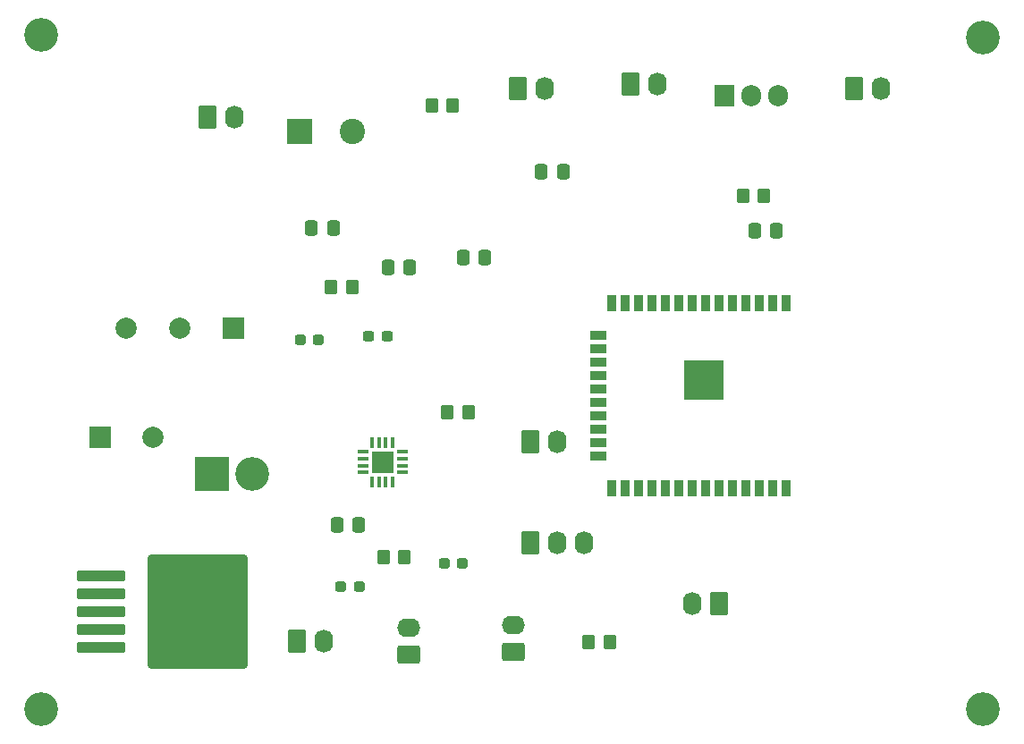
<source format=gbr>
%TF.GenerationSoftware,KiCad,Pcbnew,8.0.8*%
%TF.CreationDate,2025-03-31T15:18:46-05:00*%
%TF.ProjectId,group1_battlebot,67726f75-7031-45f6-9261-74746c65626f,rev?*%
%TF.SameCoordinates,Original*%
%TF.FileFunction,Soldermask,Top*%
%TF.FilePolarity,Negative*%
%FSLAX46Y46*%
G04 Gerber Fmt 4.6, Leading zero omitted, Abs format (unit mm)*
G04 Created by KiCad (PCBNEW 8.0.8) date 2025-03-31 15:18:46*
%MOMM*%
%LPD*%
G01*
G04 APERTURE LIST*
G04 Aperture macros list*
%AMRoundRect*
0 Rectangle with rounded corners*
0 $1 Rounding radius*
0 $2 $3 $4 $5 $6 $7 $8 $9 X,Y pos of 4 corners*
0 Add a 4 corners polygon primitive as box body*
4,1,4,$2,$3,$4,$5,$6,$7,$8,$9,$2,$3,0*
0 Add four circle primitives for the rounded corners*
1,1,$1+$1,$2,$3*
1,1,$1+$1,$4,$5*
1,1,$1+$1,$6,$7*
1,1,$1+$1,$8,$9*
0 Add four rect primitives between the rounded corners*
20,1,$1+$1,$2,$3,$4,$5,0*
20,1,$1+$1,$4,$5,$6,$7,0*
20,1,$1+$1,$6,$7,$8,$9,0*
20,1,$1+$1,$8,$9,$2,$3,0*%
G04 Aperture macros list end*
%ADD10RoundRect,0.250000X-0.620000X-0.845000X0.620000X-0.845000X0.620000X0.845000X-0.620000X0.845000X0*%
%ADD11O,1.740000X2.190000*%
%ADD12R,2.000000X2.000000*%
%ADD13C,2.000000*%
%ADD14R,2.400000X2.400000*%
%ADD15C,2.400000*%
%ADD16RoundRect,0.250000X-0.350000X-0.450000X0.350000X-0.450000X0.350000X0.450000X-0.350000X0.450000X0*%
%ADD17RoundRect,0.237500X0.287500X0.237500X-0.287500X0.237500X-0.287500X-0.237500X0.287500X-0.237500X0*%
%ADD18RoundRect,0.250000X-0.337500X-0.475000X0.337500X-0.475000X0.337500X0.475000X-0.337500X0.475000X0*%
%ADD19RoundRect,0.250000X-2.050000X-0.300000X2.050000X-0.300000X2.050000X0.300000X-2.050000X0.300000X0*%
%ADD20RoundRect,0.250002X-4.449998X-5.149998X4.449998X-5.149998X4.449998X5.149998X-4.449998X5.149998X0*%
%ADD21RoundRect,0.250000X0.845000X-0.620000X0.845000X0.620000X-0.845000X0.620000X-0.845000X-0.620000X0*%
%ADD22O,2.190000X1.740000*%
%ADD23R,0.900000X1.500000*%
%ADD24R,1.500000X0.900000*%
%ADD25C,0.600000*%
%ADD26R,3.800000X3.800000*%
%ADD27C,3.200000*%
%ADD28RoundRect,0.237500X-0.287500X-0.237500X0.287500X-0.237500X0.287500X0.237500X-0.287500X0.237500X0*%
%ADD29RoundRect,0.237500X0.300000X0.237500X-0.300000X0.237500X-0.300000X-0.237500X0.300000X-0.237500X0*%
%ADD30R,1.905000X2.000000*%
%ADD31O,1.905000X2.000000*%
%ADD32RoundRect,0.250000X0.620000X0.845000X-0.620000X0.845000X-0.620000X-0.845000X0.620000X-0.845000X0*%
%ADD33R,3.200000X3.200000*%
%ADD34O,3.200000X3.200000*%
%ADD35RoundRect,0.087500X0.425000X0.087500X-0.425000X0.087500X-0.425000X-0.087500X0.425000X-0.087500X0*%
%ADD36RoundRect,0.087500X0.087500X0.425000X-0.087500X0.425000X-0.087500X-0.425000X0.087500X-0.425000X0*%
%ADD37R,2.100000X2.100000*%
G04 APERTURE END LIST*
D10*
%TO.C,J7*%
X90424000Y-49809400D03*
D11*
X92964000Y-49809400D03*
%TD*%
D12*
%TO.C,C1*%
X40228123Y-83261200D03*
D13*
X45228123Y-83261200D03*
%TD*%
D14*
%TO.C,C2*%
X59144041Y-54254400D03*
D15*
X64144041Y-54254400D03*
%TD*%
D16*
%TO.C,R3*%
X73091800Y-80873600D03*
X75091800Y-80873600D03*
%TD*%
D17*
%TO.C,L3*%
X74549000Y-95148400D03*
X72799000Y-95148400D03*
%TD*%
D10*
%TO.C,J9*%
X80949800Y-83662200D03*
D11*
X83489800Y-83662200D03*
%TD*%
D18*
%TO.C,C3*%
X67466300Y-67106800D03*
X69541300Y-67106800D03*
%TD*%
%TO.C,C8*%
X81999000Y-58064400D03*
X84074000Y-58064400D03*
%TD*%
D16*
%TO.C,R7*%
X62109600Y-68986400D03*
X64109600Y-68986400D03*
%TD*%
D19*
%TO.C,U4*%
X40326000Y-96320400D03*
X40326000Y-98020400D03*
X40326000Y-99720400D03*
D20*
X49476000Y-99720400D03*
D19*
X40326000Y-101420400D03*
X40326000Y-103120400D03*
%TD*%
D18*
%TO.C,C4*%
X62669600Y-91490800D03*
X64744600Y-91490800D03*
%TD*%
D21*
%TO.C,J5*%
X79395000Y-103530400D03*
D22*
X79395000Y-100990400D03*
%TD*%
D18*
%TO.C,C6*%
X74607600Y-66243200D03*
X76682600Y-66243200D03*
%TD*%
D10*
%TO.C,J10*%
X80949800Y-93218000D03*
D11*
X83489800Y-93218000D03*
X86029800Y-93218000D03*
%TD*%
D10*
%TO.C,J8*%
X111658400Y-50190400D03*
D11*
X114198400Y-50190400D03*
%TD*%
D12*
%TO.C,SW1*%
X52832000Y-72923400D03*
D13*
X47752000Y-72923400D03*
X42672000Y-72923400D03*
%TD*%
D10*
%TO.C,J1*%
X50393600Y-52882800D03*
D11*
X52933600Y-52882800D03*
%TD*%
D23*
%TO.C,U6*%
X105156000Y-70523400D03*
X103886000Y-70523400D03*
X102616000Y-70523400D03*
X101346000Y-70523400D03*
X100076000Y-70523400D03*
X98806000Y-70523400D03*
X97536000Y-70523400D03*
X96266000Y-70523400D03*
X94996000Y-70523400D03*
X93726000Y-70523400D03*
X92456000Y-70523400D03*
X91186000Y-70523400D03*
X89916000Y-70523400D03*
X88646000Y-70523400D03*
D24*
X87396000Y-73563400D03*
X87396000Y-74833400D03*
X87396000Y-76103400D03*
X87396000Y-77373400D03*
X87396000Y-78643400D03*
X87396000Y-79913400D03*
X87396000Y-81183400D03*
X87396000Y-82453400D03*
X87396000Y-83723400D03*
X87396000Y-84993400D03*
D23*
X88646000Y-88023400D03*
X89916000Y-88023400D03*
X91186000Y-88023400D03*
X92456000Y-88023400D03*
X93726000Y-88023400D03*
X94996000Y-88023400D03*
X96266000Y-88023400D03*
X97536000Y-88023400D03*
X98806000Y-88023400D03*
X100076000Y-88023400D03*
X101346000Y-88023400D03*
X102616000Y-88023400D03*
X103886000Y-88023400D03*
X105156000Y-88023400D03*
D25*
X98136000Y-76373400D03*
X96736000Y-76373400D03*
X98836000Y-77073400D03*
X97436000Y-77073400D03*
X96036000Y-77073400D03*
X98136000Y-77748400D03*
X96736000Y-77748400D03*
D26*
X97436000Y-77773400D03*
D25*
X98836000Y-78473400D03*
X97436000Y-78473400D03*
X96036000Y-78473400D03*
X98136000Y-79173400D03*
X96736000Y-79173400D03*
%TD*%
D27*
%TO.C,H4*%
X123825000Y-108991400D03*
%TD*%
D28*
%TO.C,L2*%
X63045400Y-97383600D03*
X64795400Y-97383600D03*
%TD*%
D10*
%TO.C,J2*%
X58902600Y-102534400D03*
D11*
X61442600Y-102534400D03*
%TD*%
D16*
%TO.C,R6*%
X101108000Y-60350400D03*
X103108000Y-60350400D03*
%TD*%
%TO.C,R5*%
X86487000Y-102641400D03*
X88487000Y-102641400D03*
%TD*%
D27*
%TO.C,H1*%
X34671000Y-45110400D03*
%TD*%
D29*
%TO.C,C5*%
X67410500Y-73660000D03*
X65685500Y-73660000D03*
%TD*%
D27*
%TO.C,H3*%
X34671000Y-108991400D03*
%TD*%
D30*
%TO.C,Q1*%
X99364800Y-50901600D03*
D31*
X101904800Y-50901600D03*
X104444800Y-50901600D03*
%TD*%
D27*
%TO.C,H2*%
X123825000Y-45364400D03*
%TD*%
D28*
%TO.C,L1*%
X59170600Y-73964800D03*
X60920600Y-73964800D03*
%TD*%
D32*
%TO.C,J6*%
X98806000Y-98938400D03*
D11*
X96266000Y-98938400D03*
%TD*%
D18*
%TO.C,C9*%
X102213500Y-63652400D03*
X104288500Y-63652400D03*
%TD*%
D21*
%TO.C,J3*%
X69469000Y-103784400D03*
D22*
X69469000Y-101244400D03*
%TD*%
D33*
%TO.C,D1*%
X50800000Y-86664800D03*
D34*
X54610000Y-86664800D03*
%TD*%
D16*
%TO.C,R4*%
X71644000Y-51841400D03*
X73644000Y-51841400D03*
%TD*%
D10*
%TO.C,J4*%
X79756000Y-50190400D03*
D11*
X82296000Y-50190400D03*
%TD*%
D16*
%TO.C,R2*%
X67062600Y-94538800D03*
X69062600Y-94538800D03*
%TD*%
D35*
%TO.C,U3*%
X68829500Y-86560200D03*
X68829500Y-85910200D03*
X68829500Y-85260200D03*
X68829500Y-84610200D03*
D36*
X67942000Y-83722700D03*
X67292000Y-83722700D03*
X66642000Y-83722700D03*
X65992000Y-83722700D03*
D35*
X65104500Y-84610200D03*
X65104500Y-85260200D03*
X65104500Y-85910200D03*
X65104500Y-86560200D03*
D36*
X65992000Y-87447700D03*
X66642000Y-87447700D03*
X67292000Y-87447700D03*
X67942000Y-87447700D03*
D37*
X66967000Y-85585200D03*
%TD*%
D18*
%TO.C,C7*%
X60252700Y-63398400D03*
X62327700Y-63398400D03*
%TD*%
M02*

</source>
